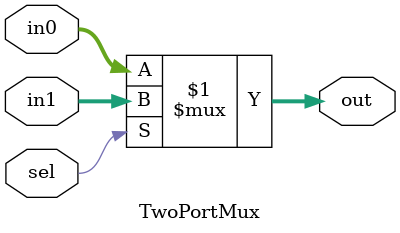
<source format=v>
module TwoPortMux(sel, in0, in1, out);
	parameter WIDTH = 32;
	input sel;
	input[WIDTH-1:0] in0, in1;
	output[WIDTH-1:0] out;
	
	assign out = sel ? in1 : in0;
endmodule
</source>
